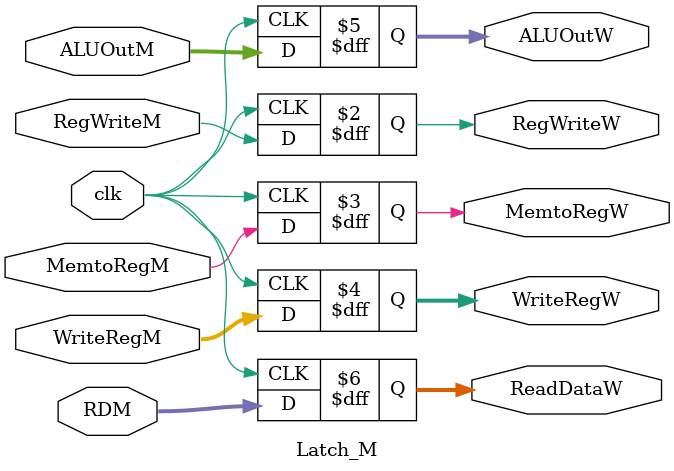
<source format=v>
module  Latch_M(
input           clk,
input           RegWriteM,
input           MemtoRegM,

input   [4:0]   WriteRegM,
input   [31:0]  ALUOutM,
input   [31:0]  RDM,


output  reg         RegWriteW,
output  reg         MemtoRegW,
output  reg [4:0]   WriteRegW,
output  reg [31:0]  ALUOutW,
output  reg [31:0]  ReadDataW);

always @(posedge clk)begin
    RegWriteW <= RegWriteM;
    MemtoRegW <= MemtoRegM;
    ALUOutW <= ALUOutM;
    ReadDataW <= RDM;
    WriteRegW <= WriteRegM;
end

endmodule

</source>
